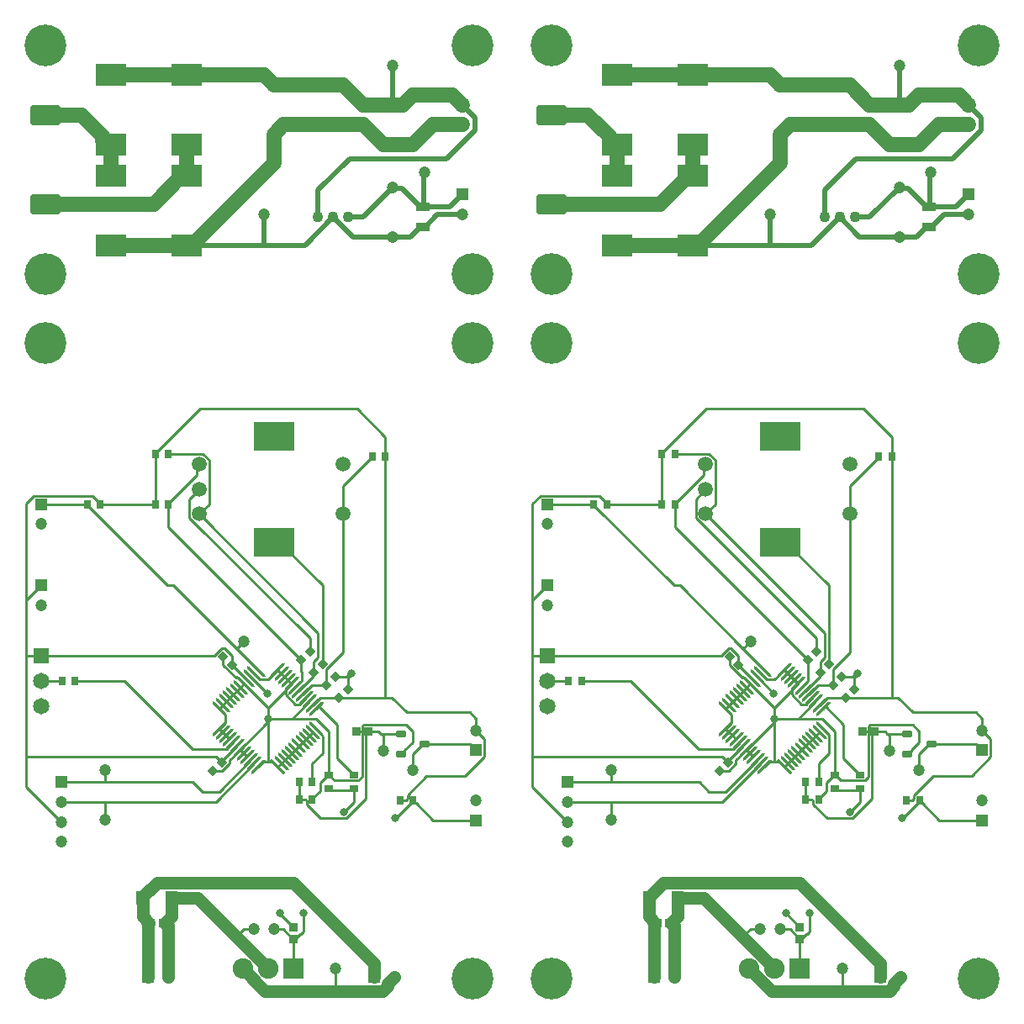
<source format=gbr>
%TF.GenerationSoftware,Altium Limited,Altium Designer,24.3.1 (35)*%
G04 Layer_Physical_Order=1*
G04 Layer_Color=255*
%FSLAX45Y45*%
%MOMM*%
%TF.SameCoordinates,C0A1E697-D952-45A1-8973-6DB72EE3D4FA*%
%TF.FilePolarity,Positive*%
%TF.FileFunction,Copper,L1,Top,Signal*%
%TF.Part,CustomerPanel*%
G01*
G75*
%TA.AperFunction,SMDPad,CuDef*%
%ADD10C,1.20000*%
%ADD11R,1.45000X0.95000*%
G04:AMPARAMS|DCode=12|XSize=3.048mm|YSize=2.032mm|CornerRadius=0.254mm|HoleSize=0mm|Usage=FLASHONLY|Rotation=0.000|XOffset=0mm|YOffset=0mm|HoleType=Round|Shape=RoundedRectangle|*
%AMROUNDEDRECTD12*
21,1,3.04800,1.52400,0,0,0.0*
21,1,2.54000,2.03200,0,0,0.0*
1,1,0.50800,1.27000,-0.76200*
1,1,0.50800,-1.27000,-0.76200*
1,1,0.50800,-1.27000,0.76200*
1,1,0.50800,1.27000,0.76200*
%
%ADD12ROUNDEDRECTD12*%
%ADD13R,3.15000X2.20000*%
%TA.AperFunction,Conductor*%
%ADD14C,0.50800*%
%ADD15C,1.52400*%
%TA.AperFunction,SMDPad,CuDef*%
G04:AMPARAMS|DCode=16|XSize=0.65mm|YSize=1mm|CornerRadius=0.08125mm|HoleSize=0mm|Usage=FLASHONLY|Rotation=90.000|XOffset=0mm|YOffset=0mm|HoleType=Round|Shape=RoundedRectangle|*
%AMROUNDEDRECTD16*
21,1,0.65000,0.83750,0,0,90.0*
21,1,0.48750,1.00000,0,0,90.0*
1,1,0.16250,0.41875,0.24375*
1,1,0.16250,0.41875,-0.24375*
1,1,0.16250,-0.41875,-0.24375*
1,1,0.16250,-0.41875,0.24375*
%
%ADD16ROUNDEDRECTD16*%
%ADD17R,0.65872X0.81213*%
%ADD18R,0.80872X0.81213*%
%ADD19R,0.81213X0.65872*%
%ADD20R,0.81213X0.80872*%
G04:AMPARAMS|DCode=21|XSize=0.80872mm|YSize=0.81213mm|CornerRadius=0mm|HoleSize=0mm|Usage=FLASHONLY|Rotation=45.000|XOffset=0mm|YOffset=0mm|HoleType=Round|Shape=Rectangle|*
%AMROTATEDRECTD21*
4,1,4,0.00121,-0.57306,-0.57306,0.00121,-0.00121,0.57306,0.57306,-0.00121,0.00121,-0.57306,0.0*
%
%ADD21ROTATEDRECTD21*%

G04:AMPARAMS|DCode=22|XSize=0.80872mm|YSize=0.81213mm|CornerRadius=0mm|HoleSize=0mm|Usage=FLASHONLY|Rotation=315.000|XOffset=0mm|YOffset=0mm|HoleType=Round|Shape=Rectangle|*
%AMROTATEDRECTD22*
4,1,4,-0.57306,-0.00121,0.00121,0.57306,0.57306,0.00121,-0.00121,-0.57306,-0.57306,-0.00121,0.0*
%
%ADD22ROTATEDRECTD22*%

%ADD23R,1.30000X1.40000*%
G04:AMPARAMS|DCode=24|XSize=1.95524mm|YSize=0.31247mm|CornerRadius=0mm|HoleSize=0mm|Usage=FLASHONLY|Rotation=135.000|XOffset=0mm|YOffset=0mm|HoleType=Round|Shape=Rectangle|*
%AMROTATEDRECTD24*
4,1,4,0.80176,-0.58080,0.58080,-0.80176,-0.80176,0.58080,-0.58080,0.80176,0.80176,-0.58080,0.0*
%
%ADD24ROTATEDRECTD24*%

G04:AMPARAMS|DCode=25|XSize=1.95524mm|YSize=0.31247mm|CornerRadius=0.15624mm|HoleSize=0mm|Usage=FLASHONLY|Rotation=135.000|XOffset=0mm|YOffset=0mm|HoleType=Round|Shape=RoundedRectangle|*
%AMROUNDEDRECTD25*
21,1,1.95524,0.00000,0,0,135.0*
21,1,1.64277,0.31247,0,0,135.0*
1,1,0.31247,-0.58080,0.58081*
1,1,0.31247,0.58081,-0.58080*
1,1,0.31247,0.58080,-0.58081*
1,1,0.31247,-0.58081,0.58080*
%
%ADD25ROUNDEDRECTD25*%
G04:AMPARAMS|DCode=26|XSize=0.31247mm|YSize=1.95524mm|CornerRadius=0.15624mm|HoleSize=0mm|Usage=FLASHONLY|Rotation=135.000|XOffset=0mm|YOffset=0mm|HoleType=Round|Shape=RoundedRectangle|*
%AMROUNDEDRECTD26*
21,1,0.31247,1.64277,0,0,135.0*
21,1,0.00000,1.95524,0,0,135.0*
1,1,0.31247,0.58080,0.58081*
1,1,0.31247,0.58081,0.58080*
1,1,0.31247,-0.58080,-0.58081*
1,1,0.31247,-0.58081,-0.58080*
%
%ADD26ROUNDEDRECTD26*%
%TA.AperFunction,Conductor*%
%ADD27C,0.25400*%
%ADD28C,0.22200*%
%ADD29C,1.27000*%
%TA.AperFunction,ComponentPad*%
%ADD30R,1.20000X1.20000*%
%ADD31C,1.20000*%
%ADD32C,1.10000*%
%TA.AperFunction,ViaPad*%
%ADD33C,4.20000*%
%TA.AperFunction,ComponentPad*%
%ADD34R,1.10000X1.10000*%
%ADD35C,1.50000*%
%ADD36R,4.10000X3.00000*%
%ADD37C,2.07000*%
%ADD38R,2.07000X2.07000*%
%ADD39R,1.20000X1.20000*%
%ADD40C,1.65000*%
%ADD41R,1.65000X1.65000*%
%TA.AperFunction,ViaPad*%
%ADD42C,0.80000*%
D10*
X4114800Y8420800D02*
D03*
X3800000Y9500000D02*
D03*
X2500000Y8000000D02*
D03*
X9214800Y8420800D02*
D03*
X8900000Y9500000D02*
D03*
X7600000Y8000000D02*
D03*
X3700000Y2600000D02*
D03*
X3225000Y400000D02*
D03*
X2400000Y800000D02*
D03*
X4000000Y2400000D02*
D03*
X900000Y1900000D02*
D03*
Y2400000D02*
D03*
X2300000Y3700000D02*
D03*
X2600000Y800000D02*
D03*
X8800000Y2600000D02*
D03*
X8325000Y400000D02*
D03*
X7500000Y800000D02*
D03*
X9100000Y2400000D02*
D03*
X6000000Y1900000D02*
D03*
Y2400000D02*
D03*
X7400000Y3700000D02*
D03*
X7700000Y800000D02*
D03*
D11*
X4100002Y8070001D02*
D03*
Y7870001D02*
D03*
X9200002Y8070001D02*
D03*
Y7870001D02*
D03*
D12*
X299999Y8099998D02*
D03*
Y9000001D02*
D03*
X5399999Y8099998D02*
D03*
Y9000001D02*
D03*
D13*
X959998Y8700998D02*
D03*
Y9401001D02*
D03*
X1721998Y7684998D02*
D03*
Y8385001D02*
D03*
X959998Y7684998D02*
D03*
Y8385001D02*
D03*
X1721998Y8700998D02*
D03*
Y9401001D02*
D03*
X6059998Y8700998D02*
D03*
Y9401001D02*
D03*
X6821998Y7684998D02*
D03*
Y8385001D02*
D03*
X6059998Y7684998D02*
D03*
Y8385001D02*
D03*
X6821998Y8700998D02*
D03*
Y9401001D02*
D03*
D14*
X4107401Y8077400D02*
Y8413401D01*
X4114800Y8420800D01*
X4100002Y8070001D02*
X4107401Y8077400D01*
X2489200Y7684998D02*
X2914995D01*
X1769501D02*
X2489200D01*
X2500000Y7695798D01*
Y8000000D01*
X3800000Y9110001D02*
X3810000Y9100001D01*
X3800000Y9110001D02*
Y9500000D01*
X2914995Y7684998D02*
X3199999Y7970001D01*
X3047599Y8242599D02*
X3365500Y8560500D01*
X4340105D01*
X4627001Y8847397D01*
X3047599Y7970001D02*
Y8242599D01*
X4627001Y8847397D02*
Y8973001D01*
X4500001Y9100001D02*
X4627001Y8973001D01*
X3399998Y7770001D02*
X3800003D01*
X3199999Y7970001D02*
X3399998Y7770001D01*
X3800003D02*
X3974998D01*
X4074998Y7870001D01*
X4100002D01*
X4125001D01*
X4248800Y7993801D01*
X4493798D01*
X4500001Y7999998D01*
X4100002Y8070001D02*
X4369999D01*
X4500001Y8199998D01*
X3888242Y8256762D02*
X4074998Y8070001D01*
X3813241Y8256762D02*
X3888242D01*
X3800003Y8270000D02*
X3813241Y8256762D01*
X3352399Y7970001D02*
X3499998D01*
X3800003Y8270000D01*
X9207401Y8077400D02*
Y8413401D01*
X9214800Y8420800D01*
X9200002Y8070001D02*
X9207401Y8077400D01*
X7589200Y7684998D02*
X8014995D01*
X6869501D02*
X7589200D01*
X7600000Y7695798D01*
Y8000000D01*
X8900000Y9110001D02*
X8910000Y9100001D01*
X8900000Y9110001D02*
Y9500000D01*
X8014995Y7684998D02*
X8299999Y7970001D01*
X8147599Y8242599D02*
X8465500Y8560500D01*
X9440105D01*
X9727001Y8847397D01*
X8147599Y7970001D02*
Y8242599D01*
X9727001Y8847397D02*
Y8973001D01*
X9600001Y9100001D02*
X9727001Y8973001D01*
X8499998Y7770001D02*
X8900003D01*
X8299999Y7970001D02*
X8499998Y7770001D01*
X8900003D02*
X9074998D01*
X9174998Y7870001D01*
X9200002D01*
X9225001D01*
X9348800Y7993801D01*
X9593798D01*
X9600001Y7999998D01*
X9200002Y8070001D02*
X9469999D01*
X9600001Y8199998D01*
X8988242Y8256762D02*
X9174998Y8070001D01*
X8913241Y8256762D02*
X8988242D01*
X8900003Y8270000D02*
X8913241Y8256762D01*
X8452399Y7970001D02*
X8599998D01*
X8900003Y8270000D01*
D15*
X3810000Y9100001D02*
X3900002D01*
X3499998D02*
X3810000D01*
X2498999Y9401001D02*
X2600000Y9300001D01*
X1721998Y9401001D02*
X2498999D01*
X2600000Y9300001D02*
X3299998D01*
X3499998Y9100001D01*
X959998Y9401001D02*
X1721998D01*
X3900002Y9100001D02*
X4000002Y9200001D01*
X4400001D01*
X4500001Y9100001D01*
X959998Y7684998D02*
X1721998D01*
X1769501D01*
X2600000Y8515501D01*
Y8800002D01*
X2700000Y8900002D01*
X3499998D01*
X3699998Y8700002D01*
X4000002D01*
X4200002Y8900002D01*
X4500001D01*
X299999Y9000001D02*
X660999D01*
X878698Y8782298D01*
Y8734800D02*
Y8782298D01*
Y8734800D02*
X912500Y8700998D01*
X959998D01*
Y8385001D02*
Y8700998D01*
X299999Y8099998D02*
X1389502D01*
X1674500Y8385001D01*
X1721998D01*
Y8700998D01*
X8910000Y9100001D02*
X9000002D01*
X8599998D02*
X8910000D01*
X7598999Y9401001D02*
X7700000Y9300001D01*
X6821998Y9401001D02*
X7598999D01*
X7700000Y9300001D02*
X8399998D01*
X8599998Y9100001D01*
X6059998Y9401001D02*
X6821998D01*
X9000002Y9100001D02*
X9100002Y9200001D01*
X9500001D01*
X9600001Y9100001D01*
X6059998Y7684998D02*
X6821998D01*
X6869501D01*
X7700000Y8515501D01*
Y8800002D01*
X7800000Y8900002D01*
X8599998D01*
X8799998Y8700002D01*
X9100002D01*
X9300002Y8900002D01*
X9600001D01*
X5399999Y9000001D02*
X5760999D01*
X5978698Y8782298D01*
Y8734800D02*
Y8782298D01*
Y8734800D02*
X6012500Y8700998D01*
X6059998D01*
Y8385001D02*
Y8700998D01*
X5399999Y8099998D02*
X6489502D01*
X6774500Y8385001D01*
X6821998D01*
Y8700998D01*
D16*
X4120500Y2667000D02*
D03*
X3880500Y2565000D02*
D03*
Y2769000D02*
D03*
X9220500Y2667000D02*
D03*
X8980500Y2565000D02*
D03*
Y2769000D02*
D03*
D17*
X2988671Y2108200D02*
D03*
X2853329D02*
D03*
Y2286000D02*
D03*
X2988671D02*
D03*
X3869329Y2095500D02*
D03*
X4004671D02*
D03*
X855071Y5080000D02*
D03*
X719729D02*
D03*
X465729Y3302000D02*
D03*
X601071D02*
D03*
X3725271Y5562600D02*
D03*
X3589929D02*
D03*
X1405529Y5588000D02*
D03*
X1540871D02*
D03*
X1405529Y5080000D02*
D03*
X1540871D02*
D03*
X8088671Y2108200D02*
D03*
X7953329D02*
D03*
Y2286000D02*
D03*
X8088671D02*
D03*
X8969329Y2095500D02*
D03*
X9104671D02*
D03*
X5955071Y5080000D02*
D03*
X5819729D02*
D03*
X5565729Y3302000D02*
D03*
X5701071D02*
D03*
X8825271Y5562600D02*
D03*
X8689929D02*
D03*
X6505529Y5588000D02*
D03*
X6640871D02*
D03*
X6505529Y5080000D02*
D03*
X6640871D02*
D03*
D18*
X3432329Y2794000D02*
D03*
X3552671D02*
D03*
X1362229Y863600D02*
D03*
X1482571D02*
D03*
X8532329Y2794000D02*
D03*
X8652671D02*
D03*
X6462229Y863600D02*
D03*
X6582571D02*
D03*
D19*
X3403600Y2353671D02*
D03*
Y2218329D02*
D03*
X3149600Y2353671D02*
D03*
Y2218329D02*
D03*
X8503600Y2353671D02*
D03*
Y2218329D02*
D03*
X8249600Y2353671D02*
D03*
Y2218329D02*
D03*
D20*
X2794000Y822171D02*
D03*
Y701829D02*
D03*
X7894000Y822171D02*
D03*
Y701829D02*
D03*
D21*
X3132453Y3259453D02*
D03*
X3217547Y3344547D02*
D03*
X3005453Y3386453D02*
D03*
X3090547Y3471547D02*
D03*
X2878453Y3513453D02*
D03*
X2963547Y3598547D02*
D03*
X3344547Y3217547D02*
D03*
X3259453Y3132453D02*
D03*
X1989453Y2395853D02*
D03*
X2074547Y2480947D02*
D03*
X8232453Y3259453D02*
D03*
X8317547Y3344547D02*
D03*
X8105453Y3386453D02*
D03*
X8190547Y3471547D02*
D03*
X7978453Y3513453D02*
D03*
X8063547Y3598547D02*
D03*
X8444547Y3217547D02*
D03*
X8359453Y3132453D02*
D03*
X7089453Y2395853D02*
D03*
X7174547Y2480947D02*
D03*
D22*
X2091053Y3547747D02*
D03*
X2176147Y3462653D02*
D03*
X7191053Y3547747D02*
D03*
X7276147Y3462653D02*
D03*
D23*
X1567400Y1117600D02*
D03*
X1277398D02*
D03*
X6667400D02*
D03*
X6377398D02*
D03*
D24*
X2640799Y2431293D02*
D03*
X7740799D02*
D03*
D25*
X2676151Y2466650D02*
D03*
X2711507Y2502007D02*
D03*
X2746864Y2537358D02*
D03*
X2782216Y2572715D02*
D03*
X2817573Y2608072D02*
D03*
X2852930Y2643429D02*
D03*
X2888286Y2678781D02*
D03*
X2923638Y2714137D02*
D03*
X2958995Y2749494D02*
D03*
X2994352Y2784846D02*
D03*
X3029703Y2820203D02*
D03*
X2439204Y3410707D02*
D03*
X2403847Y3375350D02*
D03*
X2368491Y3339993D02*
D03*
X2333139Y3304642D02*
D03*
X2297782Y3269285D02*
D03*
X2262425Y3233928D02*
D03*
X2227074Y3198571D02*
D03*
X2191717Y3163219D02*
D03*
X2156360Y3127863D02*
D03*
X2121003Y3092506D02*
D03*
X2085651Y3057154D02*
D03*
X2050295Y3021797D02*
D03*
X7776151Y2466650D02*
D03*
X7811507Y2502007D02*
D03*
X7846864Y2537358D02*
D03*
X7882216Y2572715D02*
D03*
X7917573Y2608072D02*
D03*
X7952929Y2643429D02*
D03*
X7988286Y2678781D02*
D03*
X8023638Y2714137D02*
D03*
X8058995Y2749494D02*
D03*
X8094352Y2784846D02*
D03*
X8129703Y2820203D02*
D03*
X7539204Y3410707D02*
D03*
X7503847Y3375350D02*
D03*
X7468491Y3339993D02*
D03*
X7433139Y3304642D02*
D03*
X7397782Y3269285D02*
D03*
X7362425Y3233928D02*
D03*
X7327073Y3198571D02*
D03*
X7291717Y3163219D02*
D03*
X7256360Y3127863D02*
D03*
X7221003Y3092506D02*
D03*
X7185651Y3057154D02*
D03*
X7150295Y3021797D02*
D03*
D26*
X3029703D02*
D03*
X2994352Y3057154D02*
D03*
X2958995Y3092506D02*
D03*
X2923638Y3127863D02*
D03*
X2888286Y3163219D02*
D03*
X2852930Y3198571D02*
D03*
X2817573Y3233928D02*
D03*
X2782216Y3269285D02*
D03*
X2746864Y3304642D02*
D03*
X2711507Y3339993D02*
D03*
X2676151Y3375350D02*
D03*
X2640799Y3410707D02*
D03*
X2050295Y2820203D02*
D03*
X2085651Y2784846D02*
D03*
X2121003Y2749494D02*
D03*
X2156360Y2714137D02*
D03*
X2191717Y2678781D02*
D03*
X2227074Y2643429D02*
D03*
X2262425Y2608072D02*
D03*
X2297782Y2572715D02*
D03*
X2333139Y2537358D02*
D03*
X2368491Y2502007D02*
D03*
X2403847Y2466650D02*
D03*
X2439204Y2431293D02*
D03*
X8129703Y3021797D02*
D03*
X8094352Y3057154D02*
D03*
X8058995Y3092506D02*
D03*
X8023638Y3127863D02*
D03*
X7988286Y3163219D02*
D03*
X7952929Y3198571D02*
D03*
X7917573Y3233928D02*
D03*
X7882216Y3269285D02*
D03*
X7846864Y3304642D02*
D03*
X7811507Y3339993D02*
D03*
X7776151Y3375350D02*
D03*
X7740799Y3410707D02*
D03*
X7150295Y2820203D02*
D03*
X7185651Y2784846D02*
D03*
X7221003Y2749494D02*
D03*
X7256360Y2714137D02*
D03*
X7291717Y2678781D02*
D03*
X7327073Y2643429D02*
D03*
X7362425Y2608072D02*
D03*
X7397782Y2572715D02*
D03*
X7433139Y2537358D02*
D03*
X7468491Y2502007D02*
D03*
X7503847Y2466650D02*
D03*
X7539204Y2431293D02*
D03*
D27*
X2085651Y2784846D02*
X2156360Y2714137D01*
X2050295Y3021797D02*
X2108375Y2963717D01*
X2050295Y2820203D02*
X2108375Y2878283D01*
Y2963717D01*
X2050295Y2820203D02*
X2085651Y2784846D01*
X2262425Y2608072D02*
X2297782Y2572715D01*
X2333139Y2537358D01*
X2540002Y2489373D02*
X2582718D01*
X2497285D02*
X2540002D01*
Y2921000D01*
X2640799Y2431293D02*
X2746864Y2537358D01*
X2439204Y2431293D02*
X2497285Y2489373D01*
X2582718D02*
X2640799Y2431293D01*
X2888286Y2678781D02*
X2994352Y2784846D01*
X2746864Y2537358D02*
X2888286Y2678781D01*
X2722405Y3209473D02*
X2782216Y3269285D01*
X2540002Y3027070D02*
X2722405Y3209473D01*
X2540002Y3027065D02*
Y3027070D01*
X1850000Y4980000D02*
X1950400Y5080400D01*
X1540871Y5588000D02*
X1883987D01*
X1950400Y5521587D01*
Y5080400D02*
Y5521587D01*
X1826159Y5372959D02*
Y5456159D01*
X1850000Y5480000D01*
X1540871Y5080000D02*
Y5087671D01*
X1826159Y5372959D01*
X1540871Y4851035D02*
Y5080000D01*
X2878453Y3513453D02*
Y3513453D01*
X1540871Y4851035D02*
X2878453Y3513453D01*
X3005332Y3386573D02*
Y3496912D01*
X1850000Y4980000D02*
X3046253Y3783747D01*
X3005332Y3386573D02*
X3005453Y3386453D01*
X3005332Y3496912D02*
X3046253Y3537833D01*
Y3783747D01*
X2852930Y3198571D02*
X3005453Y3351094D01*
Y3386453D01*
X3132332Y3259574D02*
X3132332Y3259573D01*
Y3419985D02*
X3300000Y3587652D01*
X3132332Y3259573D02*
X3132453Y3259453D01*
X3132332Y3259573D02*
Y3419985D01*
X3300000Y3587652D02*
Y4980000D01*
X2984640Y3259574D02*
X3132332D01*
X2888286Y3163219D02*
X2984640Y3259574D01*
X3300000Y4980000D02*
Y5265000D01*
X3589330Y5554330D01*
Y5562001D01*
X3679500Y2769000D02*
X3700000Y2748500D01*
Y2600000D02*
Y2748500D01*
X2223267Y723267D02*
X2300000Y800000D01*
X2400000D01*
X3200000Y177800D02*
X3225000Y202800D01*
Y400000D01*
X1292272Y2279599D02*
X1742738D01*
X901700D02*
X1292272D01*
X1742738D02*
X1784402D01*
X2016797Y2079600D02*
X2403847Y2466650D01*
X901700Y2079600D02*
X2016797D01*
X900000Y1900000D02*
Y2077900D01*
X457202Y2079600D02*
X901700D01*
X900000Y2077900D02*
X901700Y2079600D01*
X1784402Y2279599D02*
X1879602Y2184400D01*
X2050884D02*
X2368491Y2502007D01*
X1879602Y2184400D02*
X2050884D01*
X3826871Y1917700D02*
X3834541D01*
X4004671Y2087829D01*
Y2095500D01*
X4103000Y2667000D02*
X4120500D01*
X4000000Y2400000D02*
Y2564000D01*
X4103000Y2667000D01*
X3733800Y3132332D02*
X3789934D01*
X3259574D02*
X3733800D01*
X3725271Y3140861D02*
Y5562600D01*
Y3140861D02*
X3733800Y3132332D01*
X2805165Y690664D02*
X2866097Y751596D01*
X2698100Y797558D02*
X2793829Y701829D01*
X2794000D01*
X2600000Y800000D02*
X2602442Y797558D01*
X2698100D01*
X457202Y2279599D02*
X901700D01*
X900000Y2281299D02*
Y2400000D01*
Y2281299D02*
X901700Y2279599D01*
X101602Y4111600D02*
Y5083521D01*
X855071Y5080000D02*
Y5087671D01*
X777341Y5165400D02*
X855071Y5087671D01*
X183480Y5165400D02*
X777341D01*
X101602Y5083521D02*
X183480Y5165400D01*
X2101695Y3630453D02*
X2176268Y3555879D01*
X2006199Y3556000D02*
X2080652Y3630453D01*
X2101695D01*
X3789934Y3132332D02*
X3937766Y2984500D01*
X4635500Y2803500D02*
Y2921000D01*
X3937766Y2984500D02*
X4572000D01*
X4635500Y2921000D01*
Y2803500D02*
X4720900Y2718100D01*
X3259453Y3132453D02*
X3259574Y3132332D01*
X4720900Y2532979D02*
Y2718100D01*
X4527725Y2339804D02*
X4720900Y2532979D01*
X4139511Y2339804D02*
X4527725D01*
X3946335Y2146628D02*
X4139511Y2339804D01*
X3946335Y2110379D02*
Y2146628D01*
X3931456Y2095500D02*
X3946335Y2110379D01*
X3869329Y2095500D02*
X3931456D01*
X4120500Y2667000D02*
X4572000D01*
X4635500Y2603500D01*
X4004671Y2087829D02*
X4024907Y2067593D01*
X4032577D01*
X4204671Y1895500D01*
X4635500D01*
X3552671Y2794000D02*
X3654500D01*
X3679500Y2769000D01*
X3880500D01*
X3524935Y2766264D02*
X3552671Y2794000D01*
X3524935Y2111645D02*
Y2766264D01*
X3329090Y1915800D02*
X3524935Y2111645D01*
X3071607Y1915800D02*
X3329090D01*
X2930335Y2057072D02*
Y2093321D01*
Y2057072D02*
X3071607Y1915800D01*
X2915456Y2108200D02*
X2930335Y2093321D01*
X2853329Y2108200D02*
X2915456D01*
X3302000Y1981200D02*
X3403602Y2082802D01*
Y2198329D01*
X2988671Y2466322D02*
X3093456Y2571107D01*
Y2743758D01*
X2988671Y2286000D02*
Y2466322D01*
X3088902Y2748311D02*
X3093456Y2743758D01*
X3088902Y2748311D02*
Y2761004D01*
X3029703Y2820203D02*
X3088902Y2761004D01*
X2853329Y2108200D02*
Y2286000D01*
X3238500Y2518771D02*
X3403600Y2353671D01*
X3238500Y2518771D02*
Y2857500D01*
X3053863Y3042137D02*
X3238500Y2857500D01*
X3050043Y3042137D02*
X3087783Y3079877D01*
X3029703Y3021797D02*
X3050043Y3042137D01*
X3053863D01*
X2368491Y3339993D02*
X2533484Y3175000D01*
X2297782Y3269285D02*
X2540002Y3027065D01*
Y2921000D02*
Y3027065D01*
X3071354Y3132574D02*
X3259332D01*
X855071Y5080000D02*
X1405529D01*
X2995937Y3057154D02*
Y3057157D01*
X3071354Y3132574D01*
X2878573Y3393613D02*
X2881320Y3390867D01*
Y3299258D02*
Y3390867D01*
X2817573Y3233928D02*
Y3235510D01*
X2878453Y3513453D02*
X2878573Y3513332D01*
Y3393613D02*
Y3513332D01*
X2817573Y3235510D02*
X2881320Y3299258D01*
X3438146Y6045200D02*
X3725271Y5758075D01*
Y5562600D02*
Y5758075D01*
X3589330Y5562001D02*
X3589929Y5562600D01*
X1855059Y6045200D02*
X3438146D01*
X1405529Y5595671D02*
X1855059Y6045200D01*
X1405529Y5588000D02*
Y5595671D01*
Y5080000D02*
Y5588000D01*
X2794000Y406400D02*
Y701829D01*
X254002Y3556000D02*
X2006199D01*
X2176268Y3462774D02*
Y3555879D01*
X2176147Y3462653D02*
X2176268Y3462774D01*
X101602Y2540000D02*
X2015494D01*
X2074547Y2480947D02*
X2074547D01*
X2015494Y2540000D02*
X2074547Y2480947D01*
X2074547D02*
Y2490903D01*
X2227074Y2643429D01*
X2176147Y3461633D02*
X2333139Y3304642D01*
X2176147Y3461633D02*
Y3462653D01*
X254002Y3302000D02*
X465729D01*
X3149602Y2198329D02*
X3403602D01*
X2895602Y775178D02*
Y965200D01*
X1782574Y2615032D02*
X2126388D01*
X2190137Y2678781D02*
X2191717D01*
X2126388Y2615032D02*
X2190137Y2678781D01*
X101602Y2540000D02*
Y3541121D01*
Y2235200D02*
Y2540000D01*
X2159469Y3478312D02*
Y3479338D01*
X101602Y3541121D02*
Y4111600D01*
X254002Y4264000D01*
X101602Y2235200D02*
X457202Y1879600D01*
X101602Y3541121D02*
X116481Y3556000D01*
X254002D01*
X2787489Y2921000D02*
X2958995Y3092506D01*
X2866097Y751596D02*
X2872020D01*
X2895602Y775178D01*
X1095605Y3302000D02*
X1782574Y2615032D01*
X601071Y3302000D02*
X1095605D01*
X7185651Y2784846D02*
X7256360Y2714137D01*
X7150295Y3021797D02*
X7208375Y2963717D01*
X7150295Y2820203D02*
X7208375Y2878283D01*
Y2963717D01*
X7150295Y2820203D02*
X7185651Y2784846D01*
X7362425Y2608072D02*
X7397782Y2572715D01*
X7433139Y2537358D01*
X7640001Y2489373D02*
X7682718D01*
X7597285D02*
X7640001D01*
Y2921000D01*
X7740799Y2431293D02*
X7846864Y2537358D01*
X7539204Y2431293D02*
X7597285Y2489373D01*
X7682718D02*
X7740799Y2431293D01*
X7988286Y2678781D02*
X8094352Y2784846D01*
X7846864Y2537358D02*
X7988286Y2678781D01*
X7822404Y3209473D02*
X7882216Y3269285D01*
X7640001Y3027070D02*
X7822404Y3209473D01*
X7640001Y3027065D02*
Y3027070D01*
X6950000Y4980000D02*
X7050400Y5080400D01*
X6640871Y5588000D02*
X6983987D01*
X7050400Y5521587D01*
Y5080400D02*
Y5521587D01*
X6926159Y5372959D02*
Y5456159D01*
X6950000Y5480000D01*
X6640871Y5080000D02*
Y5087671D01*
X6926159Y5372959D01*
X6640871Y4851035D02*
Y5080000D01*
X7978453Y3513453D02*
Y3513453D01*
X6640871Y4851035D02*
X7978453Y3513453D01*
X8105332Y3386573D02*
Y3496912D01*
X6950000Y4980000D02*
X8146253Y3783747D01*
X8105332Y3386573D02*
X8105453Y3386453D01*
X8105332Y3496912D02*
X8146253Y3537833D01*
Y3783747D01*
X7952929Y3198571D02*
X8105453Y3351094D01*
Y3386453D01*
X8232332Y3259574D02*
X8232332Y3259573D01*
Y3419985D02*
X8400000Y3587652D01*
X8232332Y3259573D02*
X8232453Y3259453D01*
X8232332Y3259573D02*
Y3419985D01*
X8400000Y3587652D02*
Y4980000D01*
X8084640Y3259574D02*
X8232332D01*
X7988286Y3163219D02*
X8084640Y3259574D01*
X8400000Y4980000D02*
Y5265000D01*
X8689330Y5554330D01*
Y5562001D01*
X8779500Y2769000D02*
X8800000Y2748500D01*
Y2600000D02*
Y2748500D01*
X7323267Y723267D02*
X7400000Y800000D01*
X7500000D01*
X8300000Y177800D02*
X8325000Y202800D01*
Y400000D01*
X6392272Y2279599D02*
X6842738D01*
X6001700D02*
X6392272D01*
X6842738D02*
X6884402D01*
X7116797Y2079600D02*
X7503847Y2466650D01*
X6001700Y2079600D02*
X7116797D01*
X6000000Y1900000D02*
Y2077900D01*
X5557201Y2079600D02*
X6001700D01*
X6000000Y2077900D02*
X6001700Y2079600D01*
X6884402Y2279599D02*
X6979601Y2184400D01*
X7150884D02*
X7468491Y2502007D01*
X6979601Y2184400D02*
X7150884D01*
X8926871Y1917700D02*
X8934541D01*
X9104671Y2087829D01*
Y2095500D01*
X9203000Y2667000D02*
X9220500D01*
X9100000Y2400000D02*
Y2564000D01*
X9203000Y2667000D01*
X8833800Y3132332D02*
X8889934D01*
X8359574D02*
X8833800D01*
X8825271Y3140861D02*
Y5562600D01*
Y3140861D02*
X8833800Y3132332D01*
X7905165Y690664D02*
X7966097Y751596D01*
X7798100Y797558D02*
X7893829Y701829D01*
X7894000D01*
X7700000Y800000D02*
X7702442Y797558D01*
X7798100D01*
X5557201Y2279599D02*
X6001700D01*
X6000000Y2281299D02*
Y2400000D01*
Y2281299D02*
X6001700Y2279599D01*
X5201601Y4111600D02*
Y5083521D01*
X5955071Y5080000D02*
Y5087671D01*
X5877341Y5165400D02*
X5955071Y5087671D01*
X5283480Y5165400D02*
X5877341D01*
X5201601Y5083521D02*
X5283480Y5165400D01*
X7201695Y3630453D02*
X7276268Y3555879D01*
X7106199Y3556000D02*
X7180652Y3630453D01*
X7201695D01*
X8889934Y3132332D02*
X9037766Y2984500D01*
X9735500Y2803500D02*
Y2921000D01*
X9037766Y2984500D02*
X9672000D01*
X9735500Y2921000D01*
Y2803500D02*
X9820900Y2718100D01*
X8359453Y3132453D02*
X8359574Y3132332D01*
X9820900Y2532979D02*
Y2718100D01*
X9627725Y2339804D02*
X9820900Y2532979D01*
X9239511Y2339804D02*
X9627725D01*
X9046335Y2146628D02*
X9239511Y2339804D01*
X9046335Y2110379D02*
Y2146628D01*
X9031456Y2095500D02*
X9046335Y2110379D01*
X8969329Y2095500D02*
X9031456D01*
X9220500Y2667000D02*
X9672000D01*
X9735500Y2603500D01*
X9104671Y2087829D02*
X9124907Y2067593D01*
X9132577D01*
X9304671Y1895500D01*
X9735500D01*
X8652671Y2794000D02*
X8754500D01*
X8779500Y2769000D01*
X8980500D01*
X8624935Y2766264D02*
X8652671Y2794000D01*
X8624935Y2111645D02*
Y2766264D01*
X8429090Y1915800D02*
X8624935Y2111645D01*
X8171607Y1915800D02*
X8429090D01*
X8030335Y2057072D02*
Y2093321D01*
Y2057072D02*
X8171607Y1915800D01*
X8015456Y2108200D02*
X8030335Y2093321D01*
X7953329Y2108200D02*
X8015456D01*
X8402000Y1981200D02*
X8503601Y2082802D01*
Y2198329D01*
X8088671Y2466322D02*
X8193456Y2571107D01*
Y2743758D01*
X8088671Y2286000D02*
Y2466322D01*
X8188902Y2748311D02*
X8193456Y2743758D01*
X8188902Y2748311D02*
Y2761004D01*
X8129703Y2820203D02*
X8188902Y2761004D01*
X7953329Y2108200D02*
Y2286000D01*
X8338500Y2518771D02*
X8503600Y2353671D01*
X8338500Y2518771D02*
Y2857500D01*
X8153863Y3042137D02*
X8338500Y2857500D01*
X8150043Y3042137D02*
X8187783Y3079877D01*
X8129703Y3021797D02*
X8150043Y3042137D01*
X8153863D01*
X7468491Y3339993D02*
X7633484Y3175000D01*
X7397782Y3269285D02*
X7640001Y3027065D01*
Y2921000D02*
Y3027065D01*
X8171353Y3132574D02*
X8359332D01*
X5955071Y5080000D02*
X6505529D01*
X8095937Y3057154D02*
Y3057157D01*
X8171353Y3132574D01*
X7978573Y3393613D02*
X7981320Y3390867D01*
Y3299258D02*
Y3390867D01*
X7917573Y3233928D02*
Y3235510D01*
X7978453Y3513453D02*
X7978573Y3513332D01*
Y3393613D02*
Y3513332D01*
X7917573Y3235510D02*
X7981320Y3299258D01*
X8538145Y6045200D02*
X8825271Y5758075D01*
Y5562600D02*
Y5758075D01*
X8689330Y5562001D02*
X8689929Y5562600D01*
X6955058Y6045200D02*
X8538145D01*
X6505529Y5595671D02*
X6955058Y6045200D01*
X6505529Y5588000D02*
Y5595671D01*
Y5080000D02*
Y5588000D01*
X7894000Y406400D02*
Y701829D01*
X5354001Y3556000D02*
X7106199D01*
X7276268Y3462774D02*
Y3555879D01*
X7276147Y3462653D02*
X7276268Y3462774D01*
X5201601Y2540000D02*
X7115494D01*
X7174547Y2480947D02*
X7174547D01*
X7115494Y2540000D02*
X7174547Y2480947D01*
X7174547D02*
Y2490903D01*
X7327073Y2643429D01*
X7276147Y3461633D02*
X7433139Y3304642D01*
X7276147Y3461633D02*
Y3462653D01*
X5354001Y3302000D02*
X5565729D01*
X8249601Y2198329D02*
X8503601D01*
X7995601Y775178D02*
Y965200D01*
X6882573Y2615032D02*
X7226388D01*
X7290137Y2678781D02*
X7291717D01*
X7226388Y2615032D02*
X7290137Y2678781D01*
X5201601Y2540000D02*
Y3541121D01*
Y2235200D02*
Y2540000D01*
X7259469Y3478312D02*
Y3479338D01*
X5201601Y3541121D02*
Y4111600D01*
X5354001Y4264000D01*
X5201601Y2235200D02*
X5557201Y1879600D01*
X5201601Y3541121D02*
X5216481Y3556000D01*
X5354001D01*
X7887489Y2921000D02*
X8058995Y3092506D01*
X7966097Y751596D02*
X7972020D01*
X7995601Y775178D01*
X6195605Y3302000D02*
X6882573Y2615032D01*
X5701071Y3302000D02*
X6195605D01*
D28*
X2640799Y3410704D02*
X2782216Y3269287D01*
X2921190Y3127863D02*
X2923638D01*
X2859042Y3065715D02*
X2921190Y3127863D01*
X2813871Y3065715D02*
X2859042D01*
X2720068Y3159518D02*
X2813871Y3065715D01*
X2720068Y3159518D02*
Y3192178D01*
X2722405Y3194514D02*
Y3209473D01*
X2720068Y3192178D02*
X2722405Y3194514D01*
X2640799Y3410704D02*
Y3410707D01*
X2782216Y3269285D02*
Y3269287D01*
X2478619Y3315539D02*
X2480955Y3313203D01*
X2543295D01*
X2640799Y3410707D01*
X2403847Y3375350D02*
X2463659Y3315539D01*
X2478619D01*
X2191717Y3163219D02*
X2262425Y3233928D01*
X2297782Y3269285D01*
X2156360Y3127863D02*
X2191717Y3163219D01*
X2085651Y3057154D02*
X2156360Y3127863D01*
X2050295Y3021797D02*
X2085651Y3057154D01*
X1751200Y5131200D02*
X1850000Y5230000D01*
X1751200Y4939076D02*
Y5131200D01*
Y4939076D02*
X2963427Y3726849D01*
Y3598668D02*
Y3726849D01*
Y3598668D02*
X2963547Y3598547D01*
X3090427Y3471668D02*
X3090547Y3471547D01*
X3090427Y3471668D02*
Y4264573D01*
X2655000Y4700000D02*
X3090427Y4264573D01*
X2600000Y4700000D02*
X2655000D01*
X2219955Y3629956D02*
X2439204Y3410707D01*
X1589405Y4260506D02*
X2219955Y3629956D01*
X2229956D01*
X2300000Y3700000D01*
X719729Y5072329D02*
Y5080000D01*
Y5072329D02*
X1531553Y4260506D01*
X1589405D01*
X3898000Y2565000D02*
X3919400Y2586400D01*
X3880500Y2565000D02*
X3898000D01*
X3919400Y2586400D02*
Y2603900D01*
X4000500Y2685000D01*
Y2794000D01*
X2784004Y834497D02*
X2794002D01*
X3936093Y2858407D02*
X4000500Y2794000D01*
X3488435D02*
Y2844465D01*
Y2331305D02*
Y2794000D01*
X3432329D02*
X3488435D01*
X3149600Y2353671D02*
X3157271D01*
X3141929D02*
X3149600D01*
X3157271D02*
X3214007Y2296935D01*
X3454065D01*
X3488435Y2331305D01*
Y2844465D02*
X3502377Y2858407D01*
X3936093D01*
X3065300Y2192500D02*
Y2277041D01*
X3141929Y2353671D01*
X2988671Y2115871D02*
X3065300Y2192500D01*
X2988671Y2108200D02*
Y2115871D01*
X3022600Y2921000D02*
X3149602Y2793998D01*
Y2373671D02*
Y2793998D01*
X2787489Y2921000D02*
X3022600D01*
X2540002D02*
X2787489D01*
X254002Y5080000D02*
X719729D01*
X3344427Y3217668D02*
Y3328786D01*
X3378200Y3362559D01*
Y3378200D01*
X3344427Y3217668D02*
X3344547Y3217547D01*
X3217547Y3344547D02*
X3217668Y3344426D01*
X3328786D01*
X3362559Y3378200D01*
X3378200D01*
X3344547Y3217547D02*
X3369947D01*
X2090932Y3456783D02*
X2218619Y3329096D01*
X2237971D02*
X2297782Y3269285D01*
X2090932Y3547626D02*
X2091053Y3547747D01*
X2090932Y3456783D02*
Y3547626D01*
X2218619Y3329096D02*
X2237971D01*
X1989574Y2395732D02*
X2080417D01*
X2155653Y2470968D01*
Y2501300D01*
X1989453Y2395853D02*
X1989574Y2395732D01*
X2155653Y2501300D02*
X2262425Y2608072D01*
X2528942Y2874589D02*
Y2909941D01*
X2540002Y2921000D01*
X2262425Y2608072D02*
X2528942Y2874589D01*
X2663298Y955203D02*
Y965200D01*
Y955203D02*
X2784004Y834497D01*
X7740799Y3410704D02*
X7882216Y3269287D01*
X8021190Y3127863D02*
X8023638D01*
X7959042Y3065715D02*
X8021190Y3127863D01*
X7913871Y3065715D02*
X7959042D01*
X7820068Y3159518D02*
X7913871Y3065715D01*
X7820068Y3159518D02*
Y3192178D01*
X7822404Y3194514D02*
Y3209473D01*
X7820068Y3192178D02*
X7822404Y3194514D01*
X7740799Y3410704D02*
Y3410707D01*
X7882216Y3269285D02*
Y3269287D01*
X7578619Y3315539D02*
X7580955Y3313203D01*
X7643295D01*
X7740799Y3410707D01*
X7503847Y3375350D02*
X7563659Y3315539D01*
X7578619D01*
X7291717Y3163219D02*
X7362425Y3233928D01*
X7397782Y3269285D01*
X7256360Y3127863D02*
X7291717Y3163219D01*
X7185651Y3057154D02*
X7256360Y3127863D01*
X7150295Y3021797D02*
X7185651Y3057154D01*
X6851200Y5131200D02*
X6950000Y5230000D01*
X6851200Y4939076D02*
Y5131200D01*
Y4939076D02*
X8063427Y3726849D01*
Y3598668D02*
Y3726849D01*
Y3598668D02*
X8063547Y3598547D01*
X8190427Y3471668D02*
X8190547Y3471547D01*
X8190427Y3471668D02*
Y4264573D01*
X7755000Y4700000D02*
X8190427Y4264573D01*
X7700000Y4700000D02*
X7755000D01*
X7319955Y3629956D02*
X7539204Y3410707D01*
X6689405Y4260506D02*
X7319955Y3629956D01*
X7329956D01*
X7400000Y3700000D01*
X5819729Y5072329D02*
Y5080000D01*
Y5072329D02*
X6631553Y4260506D01*
X6689405D01*
X8998000Y2565000D02*
X9019400Y2586400D01*
X8980500Y2565000D02*
X8998000D01*
X9019400Y2586400D02*
Y2603900D01*
X9100500Y2685000D01*
Y2794000D01*
X7884004Y834497D02*
X7894001D01*
X9036093Y2858407D02*
X9100500Y2794000D01*
X8588435D02*
Y2844465D01*
Y2331305D02*
Y2794000D01*
X8532329D02*
X8588435D01*
X8249600Y2353671D02*
X8257271D01*
X8241929D02*
X8249600D01*
X8257271D02*
X8314007Y2296935D01*
X8554065D01*
X8588435Y2331305D01*
Y2844465D02*
X8602377Y2858407D01*
X9036093D01*
X8165300Y2192500D02*
Y2277041D01*
X8241929Y2353671D01*
X8088671Y2115871D02*
X8165300Y2192500D01*
X8088671Y2108200D02*
Y2115871D01*
X8122600Y2921000D02*
X8249601Y2793998D01*
Y2373671D02*
Y2793998D01*
X7887489Y2921000D02*
X8122600D01*
X7640001D02*
X7887489D01*
X5354001Y5080000D02*
X5819729D01*
X8444427Y3217668D02*
Y3328786D01*
X8478200Y3362559D01*
Y3378200D01*
X8444427Y3217668D02*
X8444547Y3217547D01*
X8317547Y3344547D02*
X8317668Y3344426D01*
X8428786D01*
X8462559Y3378200D01*
X8478200D01*
X8444547Y3217547D02*
X8469947D01*
X7190932Y3456783D02*
X7318619Y3329096D01*
X7337971D02*
X7397782Y3269285D01*
X7190932Y3547626D02*
X7191053Y3547747D01*
X7190932Y3456783D02*
Y3547626D01*
X7318619Y3329096D02*
X7337971D01*
X7089574Y2395732D02*
X7180417D01*
X7255653Y2470968D01*
Y2501300D01*
X7089453Y2395853D02*
X7089574Y2395732D01*
X7255653Y2501300D02*
X7362425Y2608072D01*
X7628942Y2874589D02*
Y2909941D01*
X7640001Y2921000D01*
X7362425Y2608072D02*
X7628942Y2874589D01*
X7763298Y955203D02*
Y965200D01*
Y955203D02*
X7884004Y834497D01*
D29*
X2223267Y723267D02*
X2540000Y406534D01*
X1828934Y1117600D02*
X2223267Y723267D01*
X3200000Y177800D02*
X3698065D01*
X2514466D02*
X3200000D01*
X2286000Y406266D02*
Y406400D01*
Y406266D02*
X2514466Y177800D01*
X3746202Y253701D02*
X3810002Y317500D01*
X3746202Y225937D02*
Y253701D01*
X3698065Y177800D02*
X3746202Y225937D01*
X2794000Y1270000D02*
X3610002Y453998D01*
Y317500D02*
Y453998D01*
X1424798Y1270000D02*
X2794000D01*
X1277398Y1117600D02*
Y1122600D01*
X1424798Y1270000D01*
X2540000Y406400D02*
Y406534D01*
X1567400Y1117600D02*
X1828934D01*
X1567400Y928431D02*
Y1117600D01*
X1502569Y863600D02*
X1567400Y928431D01*
X1502569Y863600D02*
X1533501Y832668D01*
Y317500D02*
Y832668D01*
X1277398Y1117600D02*
X1278898Y1116100D01*
Y926931D02*
X1342229Y863600D01*
X1278898Y926931D02*
Y1116100D01*
X1333502Y854873D02*
X1342229Y863600D01*
X1333502Y317500D02*
Y854873D01*
X7323267Y723267D02*
X7640000Y406534D01*
X6928934Y1117600D02*
X7323267Y723267D01*
X8300000Y177800D02*
X8798065D01*
X7614466D02*
X8300000D01*
X7386000Y406266D02*
Y406400D01*
Y406266D02*
X7614466Y177800D01*
X8846202Y253701D02*
X8910001Y317500D01*
X8846202Y225937D02*
Y253701D01*
X8798065Y177800D02*
X8846202Y225937D01*
X7894000Y1270000D02*
X8710002Y453998D01*
Y317500D02*
Y453998D01*
X6524798Y1270000D02*
X7894000D01*
X6377398Y1117600D02*
Y1122600D01*
X6524798Y1270000D01*
X7640000Y406400D02*
Y406534D01*
X6667400Y1117600D02*
X6928934D01*
X6667400Y928431D02*
Y1117600D01*
X6602569Y863600D02*
X6667400Y928431D01*
X6602569Y863600D02*
X6633501Y832668D01*
Y317500D02*
Y832668D01*
X6377398Y1117600D02*
X6378898Y1116100D01*
Y926931D02*
X6442229Y863600D01*
X6378898Y926931D02*
Y1116100D01*
X6433501Y854873D02*
X6442229Y863600D01*
X6433501Y317500D02*
Y854873D01*
D30*
X4500001Y8199998D02*
D03*
Y9100001D02*
D03*
X2600000Y9300001D02*
D03*
X9600001Y8199998D02*
D03*
Y9100001D02*
D03*
X7700000Y9300001D02*
D03*
X4635500Y1895500D02*
D03*
Y2603500D02*
D03*
X254002Y4264000D02*
D03*
Y5080000D02*
D03*
X457202Y2279599D02*
D03*
X9735500Y1895500D02*
D03*
Y2603500D02*
D03*
X5354001Y4264000D02*
D03*
Y5080000D02*
D03*
X5557201Y2279599D02*
D03*
D31*
X4500001Y7999998D02*
D03*
X3800003Y8270000D02*
D03*
Y7770001D02*
D03*
X4500001Y8900002D02*
D03*
X4000002Y9200001D02*
D03*
Y8700002D02*
D03*
X2600000Y8800002D02*
D03*
X9600001Y7999998D02*
D03*
X8900003Y8270000D02*
D03*
Y7770001D02*
D03*
X9600001Y8900002D02*
D03*
X9100002Y9200001D02*
D03*
Y8700002D02*
D03*
X7700000Y8800002D02*
D03*
X4635500Y2095500D02*
D03*
Y2803500D02*
D03*
X1533501Y317500D02*
D03*
X3810002D02*
D03*
X254002Y4064000D02*
D03*
Y4880000D02*
D03*
X457202Y2079600D02*
D03*
Y1879600D02*
D03*
Y1679600D02*
D03*
X9735500Y2095500D02*
D03*
Y2803500D02*
D03*
X6633501Y317500D02*
D03*
X8910001D02*
D03*
X5354001Y4064000D02*
D03*
Y4880000D02*
D03*
X5557201Y2079600D02*
D03*
Y1879600D02*
D03*
Y1679600D02*
D03*
D32*
X3352399Y7970001D02*
D03*
X3199999D02*
D03*
X3047599D02*
D03*
X3499998Y8900002D02*
D03*
X8452399Y7970001D02*
D03*
X8299999D02*
D03*
X8147599D02*
D03*
X8599998Y8900002D02*
D03*
D33*
X4600001Y7399999D02*
D03*
Y9700000D02*
D03*
X299999D02*
D03*
Y7399999D02*
D03*
X9700001D02*
D03*
Y9700000D02*
D03*
X5399999D02*
D03*
Y7399999D02*
D03*
X4600000Y6700000D02*
D03*
X300000D02*
D03*
X300001Y299999D02*
D03*
X4600002D02*
D03*
X9700000Y6700000D02*
D03*
X5400000D02*
D03*
X5400001Y299999D02*
D03*
X9700002D02*
D03*
D34*
X3499998Y9100001D02*
D03*
X8599998D02*
D03*
D35*
X1850000Y4980000D02*
D03*
Y5480000D02*
D03*
Y5230000D02*
D03*
X3300000Y4980000D02*
D03*
Y5480000D02*
D03*
X6950000Y4980000D02*
D03*
Y5480000D02*
D03*
Y5230000D02*
D03*
X8400000Y4980000D02*
D03*
Y5480000D02*
D03*
D36*
X2600000Y4700000D02*
D03*
Y5760000D02*
D03*
X7700000Y4700000D02*
D03*
Y5760000D02*
D03*
D37*
X2286000Y406400D02*
D03*
X2540000D02*
D03*
X7386000D02*
D03*
X7640000D02*
D03*
D38*
X2794000D02*
D03*
X7894000D02*
D03*
D39*
X1333502Y317500D02*
D03*
X3610002D02*
D03*
X6433501D02*
D03*
X8710002D02*
D03*
D40*
X254002Y3048000D02*
D03*
Y3302000D02*
D03*
X5354001Y3048000D02*
D03*
Y3302000D02*
D03*
D41*
X254002Y3556000D02*
D03*
X5354001D02*
D03*
D42*
X3826871Y1917700D02*
D03*
X3302000Y1981200D02*
D03*
X2533484Y3175000D02*
D03*
X3378200Y3378200D02*
D03*
X2540002Y2921000D02*
D03*
X2895602Y965200D02*
D03*
X2663298D02*
D03*
X8926871Y1917700D02*
D03*
X8402000Y1981200D02*
D03*
X7633484Y3175000D02*
D03*
X8478200Y3378200D02*
D03*
X7640001Y2921000D02*
D03*
X7995601Y965200D02*
D03*
X7763298D02*
D03*
%TF.MD5,1edec275da905f2bb4638d06e5fe4e0b*%
M02*

</source>
